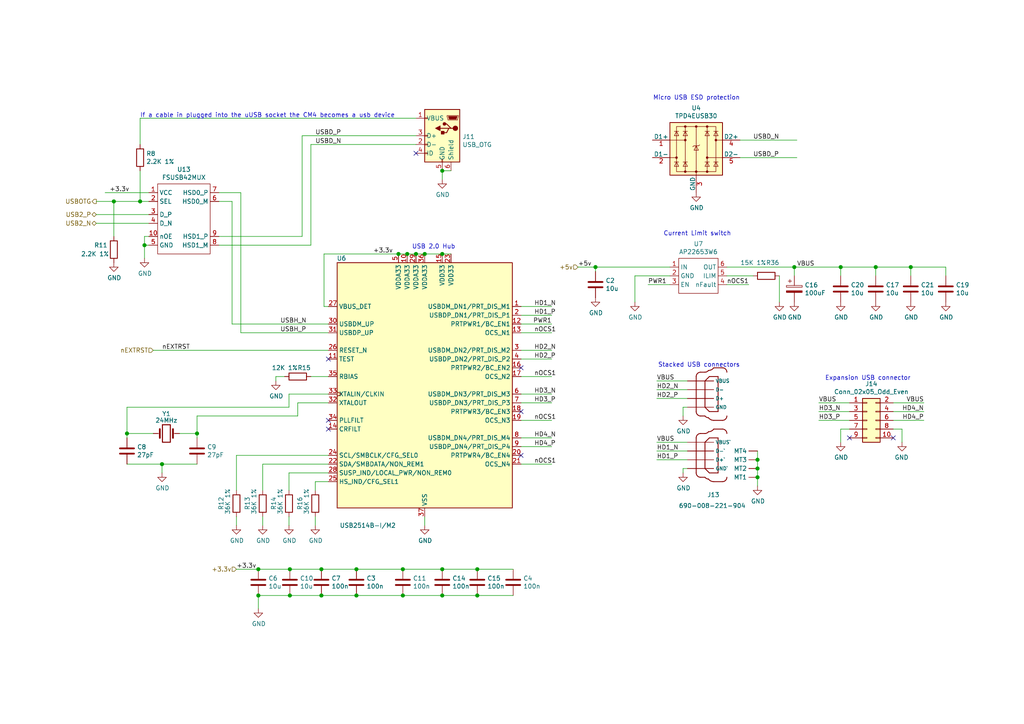
<source format=kicad_sch>
(kicad_sch (version 20211123) (generator eeschema)
  (paper "A4")
  (title_block (title "Compute Module 4 IO Board - USB") (rev "1") (company "© 2020-2022 Raspberry Pi Ltd (formerly Raspberry Pi (Trading) Ltd.)") (comment 1 "www.raspberrypi.com"))
  (lib_symbols
    (symbol "CM4IO:AP2553W6"
      (property "Reference" "U" (at 3.81 -6.35 0))
      (property "Value" "AP2553W6" (at -3.81 -6.35 0))
      (symbol "AP2553W6_0_0"
        (pin power_in line (at -8.89 2.54 0) (length 2.54) (name "IN") (number "1"))
        (pin power_out line (at -8.89 0 0) (length 2.54) (name "GND") (number "2"))
        (pin input line (at -8.89 -2.54 0) (length 2.54) (name "EN") (number "3"))
        (pin open_collector line (at 7.62 -2.54 180) (length 2.54) (name "nFault") (number "4"))
        (pin passive line (at 7.62 0 180) (length 2.54) (name "ILIM") (number "5"))
        (pin power_out line (at 7.62 2.54 180) (length 2.54) (name "OUT") (number "6"))
      )
    )
    (symbol "CM4IO:FSUSB42MX"
      (property "Reference" "U" (at -7.62 20.32 0))
      (property "Value" "FSUSB42MX" (at -2.54 -2.54 0))
      (symbol "FSUSB42MX_0_0"
        (pin power_in line (at 8.89 16.51 180) (length 2.54) (name "VCC") (number "1"))
        (pin input line (at 8.89 3.81 180) (length 2.54) (name "nOE") (number "10"))
        (pin input line (at 8.89 13.97 180) (length 2.54) (name "SEL") (number "2"))
        (pin bidirectional line (at 8.89 10.16 180) (length 2.54) (name "D_P") (number "3"))
        (pin bidirectional line (at 8.89 7.62 180) (length 2.54) (name "D_N") (number "4"))
        (pin power_in line (at 8.89 1.27 180) (length 2.54) (name "GND") (number "5"))
        (pin bidirectional line (at -11.43 13.97 0) (length 2.54) (name "HSD0_M") (number "6"))
        (pin bidirectional line (at -11.43 16.51 0) (length 2.54) (name "HSD0_P") (number "7"))
        (pin bidirectional line (at -11.43 1.27 0) (length 2.54) (name "HSD1_M") (number "8"))
        (pin bidirectional line (at -11.43 3.81 0) (length 2.54) (name "HSD1_P") (number "9"))
      )
    )
    (symbol "CM4IO:TPD4EUSB30" (pin_names (offset 0))
      (property "Reference" "U" (at -0.635 8.89 0))
      (property "Value" "TPD4EUSB30" (at 8.89 -10.16 0))
      (symbol "TPD4EUSB30_1_1"
        (pin passive line (at -12.7 2.54 0) (length 5.08) (name "D1+") (number "1"))
        (pin passive line (at -12.7 2.54 0) (length 5.08) hide (name "~") (number "10"))
        (pin passive line (at -12.7 -2.54 0) (length 5.08) (name "D1-") (number "2"))
        (pin power_in line (at 0 -12.7 90) (length 5.08) (name "GND") (number "3"))
        (pin passive line (at 12.7 2.54 180) (length 5.08) (name "D2+") (number "4"))
        (pin passive line (at 12.7 -2.54 180) (length 5.08) (name "D2-") (number "5"))
        (pin passive line (at 12.7 -2.54 180) (length 5.08) hide (name "~") (number "6"))
        (pin passive line (at 12.7 2.54 180) (length 5.08) hide (name "~") (number "7"))
        (pin passive line (at 0 -12.7 90) (length 5.08) hide (name "GND") (number "8"))
        (pin passive line (at -12.7 -2.54 0) (length 5.08) hide (name "~") (number "9"))
      )
    )
    (symbol "CM4IO:USB_67298-4090" (pin_numbers hide)
      (property "Reference" "J" (at -5.08 21.6408 0))
      (property "Value" "USB_67298-4090" (at -5.08 -17.8054 0))
      (symbol "USB_67298-4090_0_0"
        (pin power_in line (at -7.62 -2.54 0) (length 7.62) (name "VBUS`") (number "1"))
        (pin passive line (at -7.62 -5.08 0) (length 7.62) (name "D-`") (number "2"))
        (pin passive line (at -7.62 -7.62 0) (length 7.62) (name "D+`") (number "3"))
        (pin power_in line (at -7.62 -10.16 0) (length 7.62) (name "GND`") (number "4"))
        (pin power_in line (at -7.62 15.24 0) (length 7.62) (name "VBUS") (number "5"))
        (pin passive line (at -7.62 12.7 0) (length 7.62) (name "D-") (number "6"))
        (pin passive line (at -7.62 10.16 0) (length 7.62) (name "D+") (number "7"))
        (pin power_in line (at -7.62 7.62 0) (length 7.62) (name "GND") (number "8"))
        (pin passive line (at 12.7 -12.7 180) (length 2.54) (name "MT1") (number "MT1"))
        (pin passive line (at 12.7 -10.16 180) (length 2.54) (name "MT2") (number "MT2"))
        (pin passive line (at 12.7 -7.62 180) (length 2.54) (name "MT3") (number "MT3"))
        (pin passive line (at 12.7 -5.08 180) (length 2.54) (name "MT4") (number "MT4"))
      )
    )
    (symbol "Connector:USB_OTG"
      (property "Reference" "J" (at -5.08 11.43 0))
      (property "Value" "USB_OTG" (at -5.08 8.89 0))
      (symbol "USB_OTG_1_1"
        (pin power_in line (at 7.62 5.08 180) (length 2.54) (name "VBUS") (number "1"))
        (pin passive line (at 7.62 -2.54 180) (length 2.54) (name "D-") (number "2"))
        (pin passive line (at 7.62 0 180) (length 2.54) (name "D+") (number "3"))
        (pin passive line (at 7.62 -5.08 180) (length 2.54) (name "ID") (number "4"))
        (pin power_in line (at 0 -10.16 90) (length 2.54) (name "GND") (number "5"))
        (pin passive line (at -2.54 -10.16 90) (length 2.54) (name "Shield") (number "6"))
      )
    )
    (symbol "Connector_Generic:Conn_02x05_Odd_Even" (pin_names hide)
      (property "Reference" "J" (at 1.27 7.62 0))
      (property "Value" "Conn_02x05_Odd_Even" (at 1.27 -7.62 0))
      (symbol "Conn_02x05_Odd_Even_1_1"
        (pin passive line (at -5.08 5.08 0) (length 3.81) (name "Pin_1") (number "1"))
        (pin passive line (at 7.62 -5.08 180) (length 3.81) (name "Pin_10") (number "10"))
        (pin passive line (at 7.62 5.08 180) (length 3.81) (name "Pin_2") (number "2"))
        (pin passive line (at -5.08 2.54 0) (length 3.81) (name "Pin_3") (number "3"))
        (pin passive line (at 7.62 2.54 180) (length 3.81) (name "Pin_4") (number "4"))
        (pin passive line (at -5.08 0 0) (length 3.81) (name "Pin_5") (number "5"))
        (pin passive line (at 7.62 0 180) (length 3.81) (name "Pin_6") (number "6"))
        (pin passive line (at -5.08 -2.54 0) (length 3.81) (name "Pin_7") (number "7"))
        (pin passive line (at 7.62 -2.54 180) (length 3.81) (name "Pin_8") (number "8"))
        (pin passive line (at -5.08 -5.08 0) (length 3.81) (name "Pin_9") (number "9"))
      )
    )
    (symbol "Device:C" (pin_numbers hide) (pin_names (offset 0.254))
      (property "Reference" "C" (at 0.635 2.54 0))
      (property "Value" "C" (at 0.635 -2.54 0))
      (symbol "C_1_1"
        (pin passive line (at 0 3.81 270) (length 2.794) (name "~") (number "1"))
        (pin passive line (at 0 -3.81 90) (length 2.794) (name "~") (number "2"))
      )
    )
    (symbol "Device:CP" (pin_numbers hide) (pin_names (offset 0.254))
      (property "Reference" "C" (at 0.635 2.54 0))
      (property "Value" "CP" (at 0.635 -2.54 0))
      (symbol "CP_1_1"
        (pin passive line (at 0 3.81 270) (length 2.794) (name "~") (number "1"))
        (pin passive line (at 0 -3.81 90) (length 2.794) (name "~") (number "2"))
      )
    )
    (symbol "Device:Crystal" (pin_numbers hide) (pin_names hide)
      (property "Reference" "Y" (at 0 3.81 0))
      (property "Value" "Crystal" (at 0 -3.81 0))
      (symbol "Crystal_1_1"
        (pin passive line (at -3.81 0 0) (length 1.27) (name "1") (number "1"))
        (pin passive line (at 3.81 0 180) (length 1.27) (name "2") (number "2"))
      )
    )
    (symbol "Device:R" (pin_numbers hide) (pin_names (offset 0))
      (property "Reference" "R" (at 2.032 0 90))
      (property "Value" "R" (at 0 0 90))
      (symbol "R_1_1"
        (pin passive line (at 0 3.81 270) (length 1.27) (name "~") (number "1"))
        (pin passive line (at 0 -3.81 90) (length 1.27) (name "~") (number "2"))
      )
    )
    (symbol "Interface_USB:USB2514B_Bi"
      (property "Reference" "U" (at -17.78 40.64 0))
      (property "Value" "USB2514B_Bi" (at -20.32 38.1 0))
      (symbol "USB2514B_Bi_1_1"
        (pin bidirectional line (at 27.94 22.86 180) (length 2.54) (name "USBDM_DN1/PRT_DIS_M1") (number "1"))
        (pin power_in line (at -5.08 38.1 270) (length 2.54) (name "VDDA33") (number "10"))
        (pin input line (at -27.94 7.62 0) (length 2.54) (name "TEST") (number "11"))
        (pin bidirectional line (at 27.94 17.78 180) (length 2.54) (name "PRTPWR1/BC_EN1") (number "12"))
        (pin input line (at 27.94 15.24 180) (length 2.54) (name "OCS_N1") (number "13"))
        (pin input line (at -27.94 -12.7 0) (length 2.54) (name "CRFILT") (number "14"))
        (pin power_in line (at 5.08 38.1 270) (length 2.54) (name "VDD33") (number "15"))
        (pin bidirectional line (at 27.94 5.08 180) (length 2.54) (name "PRTPWR2/BC_EN2") (number "16"))
        (pin input line (at 27.94 2.54 180) (length 2.54) (name "OCS_N2") (number "17"))
        (pin bidirectional line (at 27.94 -7.62 180) (length 2.54) (name "PRTPWR3/BC_EN3") (number "18"))
        (pin input line (at 27.94 -10.16 180) (length 2.54) (name "OCS_N3") (number "19"))
        (pin bidirectional line (at 27.94 20.32 180) (length 2.54) (name "USBDP_DN1/PRT_DIS_P1") (number "2"))
        (pin bidirectional line (at 27.94 -20.32 180) (length 2.54) (name "PRTPWR4/BC_EN4") (number "20"))
        (pin input line (at 27.94 -22.86 180) (length 2.54) (name "OCS_N4") (number "21"))
        (pin bidirectional line (at -27.94 -22.86 0) (length 2.54) (name "SDA/SMBDATA/NON_REM1") (number "22"))
        (pin power_in line (at 7.62 38.1 270) (length 2.54) (name "VDD33") (number "23"))
        (pin bidirectional line (at -27.94 -20.32 0) (length 2.54) (name "SCL/SMBCLK/CFG_SEL0") (number "24"))
        (pin bidirectional line (at -27.94 -27.94 0) (length 2.54) (name "HS_IND/CFG_SEL1") (number "25"))
        (pin input line (at -27.94 10.16 0) (length 2.54) (name "RESET_N") (number "26"))
        (pin input line (at -27.94 22.86 0) (length 2.54) (name "VBUS_DET") (number "27"))
        (pin bidirectional line (at -27.94 -25.4 0) (length 2.54) (name "SUSP_IND/LOCAL_PWR/NON_REM0") (number "28"))
        (pin power_in line (at -2.54 38.1 270) (length 2.54) (name "VDDA33") (number "29"))
        (pin bidirectional line (at 27.94 10.16 180) (length 2.54) (name "USBDM_DN2/PRT_DIS_M2") (number "3"))
        (pin bidirectional line (at -27.94 17.78 0) (length 2.54) (name "USBDM_UP") (number "30"))
        (pin bidirectional line (at -27.94 15.24 0) (length 2.54) (name "USBDP_UP") (number "31"))
        (pin output line (at -27.94 -5.08 0) (length 2.54) (name "XTALOUT") (number "32"))
        (pin input clock (at -27.94 -2.54 0) (length 2.54) (name "XTALIN/CLKIN") (number "33"))
        (pin input line (at -27.94 -10.16 0) (length 2.54) (name "PLLFILT") (number "34"))
        (pin input line (at -27.94 2.54 0) (length 2.54) (name "RBIAS") (number "35"))
        (pin power_in line (at 0 38.1 270) (length 2.54) (name "VDDA33") (number "36"))
        (pin power_in line (at 0 -38.1 90) (length 2.54) (name "VSS") (number "37"))
        (pin bidirectional line (at 27.94 7.62 180) (length 2.54) (name "USBDP_DN2/PRT_DIS_P2") (number "4"))
        (pin power_in line (at -7.62 38.1 270) (length 2.54) (name "VDDA33") (number "5"))
        (pin bidirectional line (at 27.94 -2.54 180) (length 2.54) (name "USBDM_DN3/PRT_DIS_M3") (number "6"))
        (pin bidirectional line (at 27.94 -5.08 180) (length 2.54) (name "USBDP_DN3/PRT_DIS_P3") (number "7"))
        (pin bidirectional line (at 27.94 -15.24 180) (length 2.54) (name "USBDM_DN4/PRT_DIS_M4") (number "8"))
        (pin bidirectional line (at 27.94 -17.78 180) (length 2.54) (name "USBDP_DN4/PRT_DIS_P4") (number "9"))
      )
    )
    (symbol "power:GND" (power) (pin_names (offset 0))
      (property "Value" "GND" (at 0 -3.81 0))
      (symbol "GND_1_1"
        (pin power_in line (at 0 0 270) (length 0) hide (name "GND") (number "1"))
      )
    )
  )
  (junction (at 103.378 165.1) (diameter 1.016))
  (junction (at 103.378 172.72) (diameter 1.016))
  (junction (at 138.43 165.1) (diameter 1.016))
  (junction (at 93.218 165.1) (diameter 1.016))
  (junction (at 128.27 49.53) (diameter 1.016))
  (junction (at 74.93 172.72) (diameter 1.016))
  (junction (at 172.72 77.47) (diameter 1.016))
  (junction (at 219.71 138.43) (diameter 1.016))
  (junction (at 116.84 165.1) (diameter 1.016))
  (junction (at 84.074 165.1) (diameter 1.016))
  (junction (at 128.27 172.72) (diameter 1.016))
  (junction (at 254 77.47) (diameter 1.016))
  (junction (at 36.83 125.73) (diameter 1.016))
  (junction (at 120.65 73.66) (diameter 1.016))
  (junction (at 128.27 73.66) (diameter 1.016))
  (junction (at 219.71 133.35) (diameter 1.016))
  (junction (at 40.64 58.42) (diameter 1.016))
  (junction (at 219.71 135.89) (diameter 1.016))
  (junction (at 123.19 73.66) (diameter 1.016))
  (junction (at 128.27 165.1) (diameter 1.016))
  (junction (at 230.378 77.47) (diameter 1.016))
  (junction (at 74.93 165.1) (diameter 1.016))
  (junction (at 93.218 172.72) (diameter 1.016))
  (junction (at 57.15 125.73) (diameter 1.016))
  (junction (at 84.074 172.72) (diameter 1.016))
  (junction (at 264.16 77.47) (diameter 1.016))
  (junction (at 41.91 71.12) (diameter 1.016))
  (junction (at 33.02 58.42) (diameter 1.016))
  (junction (at 115.57 73.66) (diameter 1.016))
  (junction (at 243.84 77.47) (diameter 1.016))
  (junction (at 116.84 172.72) (diameter 1.016))
  (junction (at 118.11 73.66) (diameter 1.016))
  (junction (at 138.43 172.72) (diameter 1.016))
  (junction (at 46.99 134.62) (diameter 1.016))
  (no_connect (at 95.25 121.92))
  (no_connect (at 95.25 104.14))
  (no_connect (at 120.65 44.45))
  (no_connect (at 246.38 127))
  (no_connect (at 259.08 127))
  (no_connect (at 95.25 124.46))
  (no_connect (at 151.13 119.38))
  (no_connect (at 151.13 106.68))
  (no_connect (at 151.13 132.08))
  (wire (pts (xy 151.13 96.52) (xy 160.02 96.52)))
  (wire (pts (xy 86.36 116.84) (xy 86.36 120.65)))
  (wire (pts (xy 267.97 121.92) (xy 259.08 121.92)))
  (wire (pts (xy 151.13 88.9) (xy 160.02 88.9)))
  (wire (pts (xy 74.93 165.1) (xy 84.074 165.1)))
  (wire (pts (xy 190.5 113.03) (xy 199.39 113.03)))
  (wire (pts (xy 151.13 116.84) (xy 160.02 116.84)))
  (wire (pts (xy 36.83 127) (xy 36.83 125.73)))
  (wire (pts (xy 190.5 115.57) (xy 199.39 115.57)))
  (wire (pts (xy 172.72 77.47) (xy 194.31 77.47)))
  (wire (pts (xy 93.218 165.1) (xy 103.378 165.1)))
  (wire (pts (xy 267.97 116.84) (xy 259.08 116.84)))
  (wire (pts (xy 237.49 116.84) (xy 246.38 116.84)))
  (wire (pts (xy 151.13 91.44) (xy 160.02 91.44)))
  (wire (pts (xy 57.15 120.65) (xy 57.15 125.73)))
  (wire (pts (xy 95.25 93.98) (xy 67.31 93.98)))
  (wire (pts (xy 83.82 142.24) (xy 83.82 137.16)))
  (wire (pts (xy 41.91 71.12) (xy 43.18 71.12)))
  (wire (pts (xy 151.13 114.3) (xy 160.02 114.3)))
  (wire (pts (xy 138.43 165.1) (xy 148.844 165.1)))
  (wire (pts (xy 68.58 149.86) (xy 68.58 152.4)))
  (wire (pts (xy 194.31 80.01) (xy 184.15 80.01)))
  (wire (pts (xy 83.82 118.11) (xy 36.83 118.11)))
  (wire (pts (xy 93.98 88.9) (xy 93.98 73.66)))
  (wire (pts (xy 43.18 58.42) (xy 40.64 58.42)))
  (wire (pts (xy 69.85 55.88) (xy 69.85 96.52)))
  (wire (pts (xy 184.15 80.01) (xy 184.15 87.63)))
  (wire (pts (xy 67.31 58.42) (xy 67.31 93.98)))
  (wire (pts (xy 118.11 73.66) (xy 120.65 73.66)))
  (wire (pts (xy 151.13 134.62) (xy 160.02 134.62)))
  (wire (pts (xy 83.82 114.3) (xy 83.82 118.11)))
  (wire (pts (xy 36.83 118.11) (xy 36.83 125.73)))
  (wire (pts (xy 41.91 68.58) (xy 43.18 68.58)))
  (wire (pts (xy 82.55 109.22) (xy 80.01 109.22)))
  (wire (pts (xy 128.27 172.72) (xy 138.43 172.72)))
  (wire (pts (xy 63.5 71.12) (xy 90.17 71.12)))
  (wire (pts (xy 91.44 149.86) (xy 91.44 152.4)))
  (wire (pts (xy 254 77.47) (xy 264.16 77.47)))
  (wire (pts (xy 264.16 77.47) (xy 264.16 80.01)))
  (wire (pts (xy 219.71 138.43) (xy 219.71 140.97)))
  (wire (pts (xy 128.27 49.53) (xy 130.81 49.53)))
  (wire (pts (xy 76.2 134.62) (xy 95.25 134.62)))
  (wire (pts (xy 90.17 71.12) (xy 90.17 41.91)))
  (wire (pts (xy 219.71 130.81) (xy 219.71 133.35)))
  (wire (pts (xy 76.2 149.86) (xy 76.2 152.4)))
  (wire (pts (xy 57.15 125.73) (xy 57.15 127)))
  (wire (pts (xy 151.13 101.6) (xy 160.02 101.6)))
  (wire (pts (xy 90.17 109.22) (xy 95.25 109.22)))
  (wire (pts (xy 190.5 130.81) (xy 199.39 130.81)))
  (wire (pts (xy 210.82 77.47) (xy 230.378 77.47)))
  (wire (pts (xy 230.378 77.47) (xy 243.84 77.47)))
  (wire (pts (xy 128.27 52.07) (xy 128.27 49.53)))
  (wire (pts (xy 167.64 77.47) (xy 172.72 77.47)))
  (wire (pts (xy 151.13 121.92) (xy 160.02 121.92)))
  (wire (pts (xy 123.19 73.66) (xy 128.27 73.66)))
  (wire (pts (xy 214.63 40.64) (xy 231.14 40.64)))
  (wire (pts (xy 243.84 77.47) (xy 254 77.47)))
  (wire (pts (xy 63.5 68.58) (xy 87.63 68.58)))
  (wire (pts (xy 27.94 64.77) (xy 43.18 64.77)))
  (wire (pts (xy 84.074 172.72) (xy 93.218 172.72)))
  (wire (pts (xy 68.58 132.08) (xy 95.25 132.08)))
  (wire (pts (xy 151.13 104.14) (xy 160.02 104.14)))
  (wire (pts (xy 95.25 116.84) (xy 86.36 116.84)))
  (wire (pts (xy 87.63 68.58) (xy 87.63 39.37)))
  (wire (pts (xy 261.62 124.46) (xy 261.62 128.27)))
  (wire (pts (xy 214.63 45.72) (xy 231.14 45.72)))
  (wire (pts (xy 190.5 128.27) (xy 199.39 128.27)))
  (wire (pts (xy 86.36 120.65) (xy 57.15 120.65)))
  (wire (pts (xy 93.98 73.66) (xy 115.57 73.66)))
  (wire (pts (xy 83.82 149.86) (xy 83.82 152.4)))
  (wire (pts (xy 237.49 121.92) (xy 246.38 121.92)))
  (wire (pts (xy 219.71 133.35) (xy 219.71 135.89)))
  (wire (pts (xy 46.99 134.62) (xy 57.15 134.62)))
  (wire (pts (xy 151.13 109.22) (xy 160.02 109.22)))
  (wire (pts (xy 91.44 142.24) (xy 91.44 139.7)))
  (wire (pts (xy 219.71 135.89) (xy 219.71 138.43)))
  (wire (pts (xy 254 77.47) (xy 254 80.01)))
  (wire (pts (xy 120.65 73.66) (xy 123.19 73.66)))
  (wire (pts (xy 27.94 58.42) (xy 33.02 58.42)))
  (wire (pts (xy 226.06 80.01) (xy 226.06 87.63)))
  (wire (pts (xy 138.43 172.72) (xy 148.844 172.72)))
  (wire (pts (xy 103.378 172.72) (xy 116.84 172.72)))
  (wire (pts (xy 83.82 114.3) (xy 95.25 114.3)))
  (wire (pts (xy 63.5 55.88) (xy 69.85 55.88)))
  (wire (pts (xy 123.19 149.86) (xy 123.19 152.4)))
  (wire (pts (xy 230.378 77.47) (xy 230.378 80.01)))
  (wire (pts (xy 199.39 118.11) (xy 198.12 118.11)))
  (wire (pts (xy 93.218 172.72) (xy 103.378 172.72)))
  (wire (pts (xy 190.5 110.49) (xy 199.39 110.49)))
  (wire (pts (xy 36.83 125.73) (xy 44.45 125.73)))
  (wire (pts (xy 237.49 119.38) (xy 246.38 119.38)))
  (wire (pts (xy 103.378 165.1) (xy 116.84 165.1)))
  (wire (pts (xy 151.13 93.98) (xy 160.02 93.98)))
  (wire (pts (xy 115.57 73.66) (xy 118.11 73.66)))
  (wire (pts (xy 30.48 55.88) (xy 43.18 55.88)))
  (wire (pts (xy 210.82 82.55) (xy 217.17 82.55)))
  (wire (pts (xy 274.32 80.01) (xy 274.32 77.47)))
  (wire (pts (xy 210.82 80.01) (xy 218.44 80.01)))
  (wire (pts (xy 187.96 82.55) (xy 194.31 82.55)))
  (wire (pts (xy 95.25 88.9) (xy 93.98 88.9)))
  (wire (pts (xy 91.44 139.7) (xy 95.25 139.7)))
  (wire (pts (xy 74.93 176.53) (xy 74.93 172.72)))
  (wire (pts (xy 36.83 134.62) (xy 46.99 134.62)))
  (wire (pts (xy 128.27 73.66) (xy 130.81 73.66)))
  (wire (pts (xy 69.85 96.52) (xy 95.25 96.52)))
  (wire (pts (xy 259.08 124.46) (xy 261.62 124.46)))
  (wire (pts (xy 63.5 58.42) (xy 67.31 58.42)))
  (wire (pts (xy 190.5 133.35) (xy 199.39 133.35)))
  (wire (pts (xy 243.84 124.46) (xy 246.38 124.46)))
  (wire (pts (xy 74.93 172.72) (xy 84.074 172.72)))
  (wire (pts (xy 68.58 165.1) (xy 74.93 165.1)))
  (wire (pts (xy 41.91 71.12) (xy 41.91 74.93)))
  (wire (pts (xy 33.02 58.42) (xy 33.02 68.58)))
  (wire (pts (xy 199.39 135.89) (xy 198.12 135.89)))
  (wire (pts (xy 116.84 172.72) (xy 128.27 172.72)))
  (wire (pts (xy 151.13 129.54) (xy 160.02 129.54)))
  (wire (pts (xy 243.84 124.46) (xy 243.84 128.27)))
  (wire (pts (xy 116.84 165.1) (xy 128.27 165.1)))
  (wire (pts (xy 40.64 49.53) (xy 40.64 58.42)))
  (wire (pts (xy 44.45 101.6) (xy 95.25 101.6)))
  (wire (pts (xy 128.27 165.1) (xy 138.43 165.1)))
  (wire (pts (xy 198.12 135.89) (xy 198.12 137.16)))
  (wire (pts (xy 151.13 127) (xy 160.02 127)))
  (wire (pts (xy 27.94 62.23) (xy 43.18 62.23)))
  (wire (pts (xy 264.16 77.47) (xy 274.32 77.47)))
  (wire (pts (xy 76.2 142.24) (xy 76.2 134.62)))
  (wire (pts (xy 52.07 125.73) (xy 57.15 125.73)))
  (wire (pts (xy 40.64 34.29) (xy 120.65 34.29)))
  (wire (pts (xy 40.64 58.42) (xy 33.02 58.42)))
  (wire (pts (xy 68.58 142.24) (xy 68.58 132.08)))
  (wire (pts (xy 90.17 41.91) (xy 120.65 41.91)))
  (wire (pts (xy 84.074 165.1) (xy 93.218 165.1)))
  (wire (pts (xy 198.12 118.11) (xy 198.12 120.65)))
  (wire (pts (xy 87.63 39.37) (xy 120.65 39.37)))
  (wire (pts (xy 172.72 78.74) (xy 172.72 77.47)))
  (wire (pts (xy 80.01 109.22) (xy 80.01 110.49)))
  (wire (pts (xy 40.64 41.91) (xy 40.64 34.29)))
  (wire (pts (xy 83.82 137.16) (xy 95.25 137.16)))
  (wire (pts (xy 41.91 68.58) (xy 41.91 71.12)))
  (wire (pts (xy 267.97 119.38) (xy 259.08 119.38)))
  (wire (pts (xy 46.99 134.62) (xy 46.99 137.16)))
  (wire (pts (xy 243.84 80.01) (xy 243.84 77.47)))
  (text "Expansion USB connector" (at 264.16 110.49 180) (effects (font (size 1.27 1.27)) (justify right bottom)))
  (text "Current Limit switch" (at 212.09 68.58 180) (effects (font (size 1.27 1.27)) (justify right bottom)))
  (text "USB 2.0 Hub" (at 132.08 72.39 180) (effects (font (size 1.27 1.27)) (justify right bottom)))
  (text "If a cable in plugged into the uUSB socket the CM4 becomes a usb device" (at 40.64 34.29 0) (effects (font (size 1.27 1.27)) (justify left bottom)))
  (text "Micro USB ESD protection" (at 214.63 29.21 180) (effects (font (size 1.27 1.27)) (justify right bottom)))
  (text "Stacked USB connectors" (at 214.63 106.68 180) (effects (font (size 1.27 1.27)) (justify right bottom)))
  (label "nOCS1" (at 154.94 96.52 0))
  (label "+3.3v" (at 31.75 55.88 0))
  (label "HD2_P" (at 190.5 115.57 0))
  (label "HD3_N" (at 237.49 119.38 0))
  (label "HD1_P" (at 190.5 133.35 0))
  (label "HD1_N" (at 154.94 88.9 0))
  (label "HD4_P" (at 154.94 129.54 0))
  (label "VBUS" (at 237.49 116.84 0))
  (label "nOCS1" (at 210.82 82.55 0))
  (label "VBUS" (at 190.5 110.49 0))
  (label "HD2_N" (at 190.5 113.03 0))
  (label "PWR1" (at 160.02 93.98 180))
  (label "USBD_N" (at 218.44 40.64 0))
  (label "nOCS1" (at 154.94 109.22 0))
  (label "VBUS" (at 231.14 77.47 0))
  (label "USBD_N" (at 91.44 41.91 0))
  (label "HD2_P" (at 154.94 104.14 0))
  (label "VBUS" (at 190.5 128.27 0))
  (label "+3.3v" (at 68.58 165.1 0))
  (label "+5v" (at 167.64 77.47 0))
  (label "HD4_N" (at 154.94 127 0))
  (label "HD4_P" (at 267.97 121.92 180))
  (label "USBH_P" (at 81.28 96.52 0))
  (label "HD3_P" (at 154.94 116.84 0))
  (label "nEXTRST" (at 46.99 101.6 0))
  (label "+3.3v" (at 108.204 73.66 0))
  (label "HD2_N" (at 154.94 101.6 0))
  (label "USBD_P" (at 218.44 45.72 0))
  (label "HD1_N" (at 190.5 130.81 0))
  (label "USBD_P" (at 91.44 39.37 0))
  (label "HD4_N" (at 267.97 119.38 180))
  (label "nOCS1" (at 154.94 134.62 0))
  (label "nOCS1" (at 154.94 121.92 0))
  (label "HD3_P" (at 237.49 121.92 0))
  (label "PWR1" (at 187.96 82.55 0))
  (label "USBH_N" (at 81.28 93.98 0))
  (label "HD3_N" (at 154.94 114.3 0))
  (label "HD1_P" (at 154.94 91.44 0))
  (label "VBUS" (at 267.97 116.84 180))
  (hierarchical_label "USB2_N" (shape bidirectional) (at 27.94 64.77 180))
  (hierarchical_label "USBOTG" (shape output) (at 27.94 58.42 180))
  (hierarchical_label "+3.3v" (shape input) (at 68.58 165.1 180))
  (hierarchical_label "USB2_P" (shape bidirectional) (at 27.94 62.23 180))
  (hierarchical_label "nEXTRST" (shape input) (at 44.45 101.6 180))
  (hierarchical_label "+5v" (shape input) (at 167.64 77.47 180))
  (symbol (lib_id "CM4IO:USB_67298-4090") (at 207.01 125.73 0) (unit 1)
    (property "Reference" "J13" (at 205.105 143.51 0) (effects (justify left)))
    (property "Value" "690-008-221-904" (at 196.85 146.685 0) (effects (justify left)))
    (property "Footprint" "CM4IO:MOLEX_USB_67298-4090" (effects hide))
    (property "Datasheet" "https://www.molex.com/pdm_docs/sd/672984090_sd.pdf" (effects hide))
    (property "Field4" "Farnell" (effects hide))
    (property "Field5" "	2751688" (effects hide))
    (property "Field6" "690-008-221-904" (effects hide))
    (property "Field7" "EDAC" (effects hide))
    (property "Field8" "UCON00727" (effects hide))
    (property "Part Description" "USB-A (USB TYPE-A), Stacked Receptacle Connector 8 Position Through Hole, Right Angle" (effects hide))
  )
  (symbol (lib_id "power:GND") (at 243.84 128.27 0) (unit 1)
    (property "Reference" "#PWR025" (effects hide))
    (property "Value" "GND" (at 243.967 132.6642 0))
  )
  (symbol (lib_id "power:GND") (at 261.62 128.27 0) (mirror y) (unit 1)
    (property "Reference" "#PWR026" (effects hide))
    (property "Value" "GND" (at 261.493 132.6642 0))
  )
  (symbol (lib_id "Connector_Generic:Conn_02x05_Odd_Even") (at 251.46 121.92 0) (unit 1)
    (property "Reference" "J14" (at 252.73 111.3282 0))
    (property "Value" "Conn_02x05_Odd_Even" (at 252.73 113.6396 0))
    (property "Footprint" "Connector_PinHeader_2.54mm:PinHeader_2x05_P2.54mm_Vertical" (effects hide))
    (property "Datasheet" "https://www.toby.co.uk/uploads/publications/1673.pdf" (effects hide))
    (property "Field4" "Toby" (effects hide))
    (property "Field5" "THD-05-R" (effects hide))
    (property "Field6" "THD-05-R" (effects hide))
    (property "Field7" "Toby" (effects hide))
    (property "Part Description" "PinHeader_2x05_P2.54mm_Vertical" (effects hide))
  )
  (symbol (lib_id "Connector:USB_OTG") (at 128.27 39.37 0) (mirror y) (unit 1)
    (property "Reference" "J11" (at 134.112 39.6494 0) (effects (justify right)))
    (property "Value" "USB_OTG" (at 134.112 41.9608 0) (effects (justify right)))
    (property "Footprint" "CM4IO:USB_Micro-B_EDAC_UCON00686" (effects hide))
    (property "Datasheet" "https://cdn.amphenol-icc.com/media/wysiwyg/files/documentation/datasheet/inputoutput/io_usb_micro.pd" (effects hide))
    (property "Field4" "Digikey" (effects hide))
    (property "Field5" "609-4050-2-ND" (effects hide))
    (property "Field6" "690-005-298-486" (effects hide))
    (property "Field7" "EDAC" (effects hide))
    (property "Part Description" "USB - micro B USB 2.0 Receptacle Connector 5 Position Surface Mount, Right Angle; Through Hole" (effects hide))
    (property "Field8" "UCON00686" (effects hide))
  )
  (symbol (lib_id "Device:R") (at 40.64 45.72 0) (unit 1)
    (property "Reference" "R8" (at 42.418 44.5516 0) (effects (justify left)))
    (property "Value" "2.2K 1%" (at 42.418 46.863 0) (effects (justify left)))
    (property "Footprint" "Resistor_SMD:R_0402_1005Metric" (effects hide))
    (property "Datasheet" "https://fscdn.rohm.com/en/products/databook/datasheet/passive/resistor/chip_resistor/mcr-e.pdf" (effects hide))
    (property "Field4" "Farnell" (effects hide))
    (property "Field5" "9239278" (effects hide))
    (property "Field7" "KOA EUROPE GMBH" (effects hide))
    (property "Field6" "RK73G1ETQTP2201D         " (effects hide))
    (property "Part Description" "Resistor 2.2K M1005 1% 63mW" (effects hide))
    (property "Field8" "120889581" (effects hide))
  )
  (symbol (lib_id "power:GND") (at 172.72 86.36 0) (unit 1)
    (property "Reference" "#PWR017" (effects hide))
    (property "Value" "GND" (at 172.847 90.7542 0))
  )
  (symbol (lib_id "Device:C") (at 243.84 83.82 0) (unit 1)
    (property "Reference" "C20" (at 246.761 82.6516 0) (effects (justify left)))
    (property "Value" "10u" (at 246.761 84.963 0) (effects (justify left)))
    (property "Footprint" "Capacitor_SMD:C_0805_2012Metric" (effects hide))
    (property "Datasheet" "https://search.murata.co.jp/Ceramy/image/img/A01X/G101/ENG/GRM21BR71A106KA73-01.pdf" (effects hide))
    (property "Field5" "490-14381-1-ND" (effects hide))
    (property "Field4" "Digikey" (effects hide))
    (property "Field6" "GRM21BR71A106KA73L" (effects hide))
    (property "Field7" "Murata" (effects hide))
    (property "Part Description" "	10uF 10% 10V Ceramic Capacitor X7R 0805 (2012 Metric)" (effects hide))
    (property "Field8" "111893011" (effects hide))
  )
  (symbol (lib_id "power:GND") (at 243.84 87.63 0) (unit 1)
    (property "Reference" "#PWR021" (effects hide))
    (property "Value" "GND" (at 243.967 92.0242 0))
  )
  (symbol (lib_id "Device:C") (at 254 83.82 0) (unit 1)
    (property "Reference" "C17" (at 256.921 82.6516 0) (effects (justify left)))
    (property "Value" "10u" (at 256.921 84.963 0) (effects (justify left)))
    (property "Footprint" "Capacitor_SMD:C_0805_2012Metric" (effects hide))
    (property "Datasheet" "https://search.murata.co.jp/Ceramy/image/img/A01X/G101/ENG/GRM21BR71A106KA73-01.pdf" (effects hide))
    (property "Field5" "490-14381-1-ND" (effects hide))
    (property "Field4" "Digikey" (effects hide))
    (property "Field6" "GRM21BR71A106KA73L" (effects hide))
    (property "Field7" "Murata" (effects hide))
    (property "Part Description" "	10uF 10% 10V Ceramic Capacitor X7R 0805 (2012 Metric)" (effects hide))
    (property "Field8" "111893011" (effects hide))
  )
  (symbol (lib_id "power:GND") (at 254 87.63 0) (unit 1)
    (property "Reference" "#PWR018" (effects hide))
    (property "Value" "GND" (at 254.127 92.0242 0))
  )
  (symbol (lib_id "Device:C") (at 264.16 83.82 0) (unit 1)
    (property "Reference" "C21" (at 267.081 82.6516 0) (effects (justify left)))
    (property "Value" "10u" (at 267.081 84.963 0) (effects (justify left)))
    (property "Footprint" "Capacitor_SMD:C_0805_2012Metric" (effects hide))
    (property "Datasheet" "https://search.murata.co.jp/Ceramy/image/img/A01X/G101/ENG/GRM21BR71A106KA73-01.pdf" (effects hide))
    (property "Field5" "490-14381-1-ND" (effects hide))
    (property "Field4" "Digikey" (effects hide))
    (property "Field6" "GRM21BR71A106KA73L" (effects hide))
    (property "Field7" "Murata" (effects hide))
    (property "Part Description" "	10uF 10% 10V Ceramic Capacitor X7R 0805 (2012 Metric)" (effects hide))
    (property "Field8" "111893011" (effects hide))
  )
  (symbol (lib_id "Device:C") (at 274.32 83.82 0) (unit 1)
    (property "Reference" "C19" (at 277.241 82.6516 0) (effects (justify left)))
    (property "Value" "10u" (at 277.241 84.963 0) (effects (justify left)))
    (property "Footprint" "Capacitor_SMD:C_0805_2012Metric" (effects hide))
    (property "Datasheet" "https://search.murata.co.jp/Ceramy/image/img/A01X/G101/ENG/GRM21BR71A106KA73-01.pdf" (effects hide))
    (property "Field5" "490-14381-1-ND" (effects hide))
    (property "Field4" "Digikey" (effects hide))
    (property "Field6" "GRM21BR71A106KA73L" (effects hide))
    (property "Field7" "Murata" (effects hide))
    (property "Part Description" "	10uF 10% 10V Ceramic Capacitor X7R 0805 (2012 Metric)" (effects hide))
    (property "Field8" "111893011" (effects hide))
  )
  (symbol (lib_id "power:GND") (at 198.12 120.65 0) (unit 1)
    (property "Reference" "#PWR023" (effects hide))
    (property "Value" "GND" (at 198.247 125.0442 0))
  )
  (symbol (lib_id "power:GND") (at 198.12 137.16 0) (unit 1)
    (property "Reference" "#PWR024" (effects hide))
    (property "Value" "GND" (at 198.247 141.5542 0))
  )
  (symbol (lib_id "Device:R") (at 33.02 72.39 0) (unit 1)
    (property "Reference" "R11" (at 27.305 71.12 0) (effects (justify left)))
    (property "Value" "2.2K 1%" (at 23.495 73.66 0) (effects (justify left)))
    (property "Footprint" "Resistor_SMD:R_0402_1005Metric" (effects hide))
    (property "Datasheet" "https://fscdn.rohm.com/en/products/databook/datasheet/passive/resistor/chip_resistor/mcr-e.pdf" (effects hide))
    (property "Field4" "Farnell" (effects hide))
    (property "Field5" "9239278" (effects hide))
    (property "Field7" "KOA EUROPE GMBH" (effects hide))
    (property "Field6" "RK73G1ETQTP2201D         " (effects hide))
    (property "Part Description" "Resistor 2.2K M1005 1% 63mW" (effects hide))
    (property "Field8" "120889581" (effects hide))
  )
  (symbol (lib_id "CM4IO:AP2553W6") (at 203.2 80.01 0) (unit 1)
    (property "Reference" "U7" (at 202.565 70.739 0))
    (property "Value" "AP22653W6" (at 202.565 73.0504 0))
    (property "Footprint" "Package_TO_SOT_SMD:SOT-23-6" (effects hide))
    (property "Datasheet" "https://www.diodes.com/assets/Datasheets/AP255x.pdf" (effects hide))
    (property "Field4" "Digikey" (effects hide))
    (property "Field5" "	31-AP22653W6-7CT-ND" (effects hide))
    (property "Field6" "AP22653W6" (effects hide))
    (property "Field7" "Diodes" (effects hide))
    (property "Part Description" "	Power Switch/Driver 1:1 P-Channel 2.1A SOT-23-6" (effects hide))
  )
  (symbol (lib_id "Interface_USB:USB2514B_Bi") (at 123.19 111.76 0) (unit 1)
    (property "Reference" "U6" (at 99.06 74.93 0))
    (property "Value" "USB2514B-I/M2" (at 106.68 152.4 0))
    (property "Footprint" "Package_DFN_QFN:QFN-36-1EP_6x6mm_P0.5mm_EP3.7x3.7mm" (effects hide))
    (property "Datasheet" "http://ww1.microchip.com/downloads/en/DeviceDoc/00001692C.pdf" (effects hide))
    (property "Field4" "Farnell" (effects hide))
    (property "Field5" "2775060" (effects hide))
    (property "Field6" "USB2514B-I/M2" (effects hide))
    (property "Field7" "Microchip" (effects hide))
    (property "Part Description" "	USB Hub Controller USB Interface 36-SQFN (6x6)" (effects hide))
    (property "Field8" "UICC00931" (effects hide))
  )
  (symbol (lib_id "power:GND") (at 80.01 110.49 0) (unit 1)
    (property "Reference" "#PWR010" (effects hide))
    (property "Value" "GND" (at 80.137 114.8842 0))
  )
  (symbol (lib_id "power:GND") (at 184.15 87.63 0) (unit 1)
    (property "Reference" "#PWR014" (effects hide))
    (property "Value" "GND" (at 184.277 92.0242 0))
  )
  (symbol (lib_id "Device:R") (at 83.82 146.05 0) (unit 1)
    (property "Reference" "R14" (at 79.375 147.955 90) (effects (justify left)))
    (property "Value" "36K 1%" (at 81.28 149.225 90) (effects (justify left)))
    (property "Footprint" "Resistor_SMD:R_0402_1005Metric" (effects hide))
    (property "Datasheet" "https://fscdn.rohm.com/en/products/databook/datasheet/passive/resistor/chip_resistor/mcr-e.pdf" (effects hide))
    (property "Field4" "Farnell" (effects hide))
    (property "Field5" "1458788" (effects hide))
    (property "Field7" "Rohm" (effects hide))
    (property "Field6" "MCR01MZPF3602" (effects hide))
    (property "Part Description" "Resistor 36K M1005 1% 63mW" (effects hide))
  )
  (symbol (lib_id "Device:R") (at 76.2 146.05 0) (unit 1)
    (property "Reference" "R13" (at 71.755 147.955 90) (effects (justify left)))
    (property "Value" "36K 1%" (at 73.66 149.225 90) (effects (justify left)))
    (property "Footprint" "Resistor_SMD:R_0402_1005Metric" (effects hide))
    (property "Datasheet" "https://fscdn.rohm.com/en/products/databook/datasheet/passive/resistor/chip_resistor/mcr-e.pdf" (effects hide))
    (property "Field4" "Farnell" (effects hide))
    (property "Field5" "1458788" (effects hide))
    (property "Field7" "Rohm" (effects hide))
    (property "Field6" "MCR01MZPF3602" (effects hide))
    (property "Part Description" "Resistor 36K M1005 1% 63mW" (effects hide))
  )
  (symbol (lib_id "Device:R") (at 68.58 146.05 0) (unit 1)
    (property "Reference" "R12" (at 64.135 147.955 90) (effects (justify left)))
    (property "Value" "36K 1%" (at 66.04 149.225 90) (effects (justify left)))
    (property "Footprint" "Resistor_SMD:R_0402_1005Metric" (effects hide))
    (property "Datasheet" "https://fscdn.rohm.com/en/products/databook/datasheet/passive/resistor/chip_resistor/mcr-e.pdf" (effects hide))
    (property "Field4" "Farnell" (effects hide))
    (property "Field5" "1458788" (effects hide))
    (property "Field7" "Rohm" (effects hide))
    (property "Field6" "MCR01MZPF3602" (effects hide))
    (property "Part Description" "Resistor 36K M1005 1% 63mW" (effects hide))
  )
  (symbol (lib_id "power:GND") (at 68.58 152.4 0) (unit 1)
    (property "Reference" "#PWR08" (effects hide))
    (property "Value" "GND" (at 68.707 156.7942 0))
  )
  (symbol (lib_id "power:GND") (at 76.2 152.4 0) (unit 1)
    (property "Reference" "#PWR09" (effects hide))
    (property "Value" "GND" (at 76.327 156.7942 0))
  )
  (symbol (lib_id "power:GND") (at 83.82 152.4 0) (unit 1)
    (property "Reference" "#PWR011" (effects hide))
    (property "Value" "GND" (at 83.947 156.7942 0))
  )
  (symbol (lib_id "power:GND") (at 91.44 152.4 0) (unit 1)
    (property "Reference" "#PWR012" (effects hide))
    (property "Value" "GND" (at 91.567 156.7942 0))
  )
  (symbol (lib_id "Device:R") (at 222.25 80.01 90) (unit 1)
    (property "Reference" "R36" (at 226.06 76.2 90) (effects (justify left)))
    (property "Value" "15K 1%" (at 222.25 76.2 90) (effects (justify left)))
    (property "Footprint" "Resistor_SMD:R_0402_1005Metric" (effects hide))
    (property "Datasheet" "https://fscdn.rohm.com/en/products/databook/datasheet/passive/resistor/chip_resistor/mcr-e.pdf" (effects hide))
    (property "Field4" "Farnell" (effects hide))
    (property "Field5" "9239375" (effects hide))
    (property "Field6" "MCR01MZPF1502" (effects hide))
    (property "Field7" "Rohm" (effects hide))
    (property "Part Description" "Resistor 15K M1005 1% 63mW" (effects hide))
    (property "Field8" "120891581" (effects hide))
  )
  (symbol (lib_id "power:GND") (at 226.06 87.63 0) (unit 1)
    (property "Reference" "#PWR019" (effects hide))
    (property "Value" "GND" (at 226.187 92.0242 0))
  )
  (symbol (lib_id "power:GND") (at 264.16 87.63 0) (unit 1)
    (property "Reference" "#PWR049" (effects hide))
    (property "Value" "GND" (at 264.287 92.0242 0))
  )
  (symbol (lib_id "power:GND") (at 274.32 87.63 0) (unit 1)
    (property "Reference" "#PWR050" (effects hide))
    (property "Value" "GND" (at 274.447 92.0242 0))
  )
  (symbol (lib_id "power:GND") (at 219.71 140.97 0) (unit 1)
    (property "Reference" "#PWR0114" (effects hide))
    (property "Value" "GND" (at 219.837 145.3642 0))
  )
  (symbol (lib_id "power:GND") (at 128.27 52.07 0) (unit 1)
    (property "Reference" "#PWR013" (effects hide))
    (property "Value" "GND" (at 128.397 56.4642 0))
  )
  (symbol (lib_id "CM4IO:FSUSB42MX") (at 52.07 72.39 0) (mirror y) (unit 1)
    (property "Reference" "U13" (at 53.34 49.149 0))
    (property "Value" "FSUSB42MUX" (at 53.34 51.4604 0))
    (property "Footprint" "Package_SO:MSOP-10_3x3mm_P0.5mm" (effects hide))
    (property "Datasheet" "https://www.onsemi.com/pub/Collateral/FSUSB42-D.PDF" (effects hide))
    (property "Field4" "Farnell" (effects hide))
    (property "Field5" "2564479" (effects hide))
    (property "Field6" "FSUSB42MUX" (effects hide))
    (property "Field7" "Onsemi" (effects hide))
    (property "Part Description" "USB Switch IC 1 Channel 10-MSOP" (effects hide))
  )
  (symbol (lib_id "power:GND") (at 123.19 152.4 0) (unit 1)
    (property "Reference" "#PWR0142" (effects hide))
    (property "Value" "GND" (at 123.317 156.7942 0))
  )
  (symbol (lib_id "power:GND") (at 41.91 74.93 0) (unit 1)
    (property "Reference" "#PWR0143" (effects hide))
    (property "Value" "GND" (at 42.037 79.3242 0))
  )
  (symbol (lib_id "power:GND") (at 33.02 76.2 0) (unit 1)
    (property "Reference" "#PWR0144" (effects hide))
    (property "Value" "GND" (at 33.147 80.5942 0))
  )
  (symbol (lib_id "Device:R") (at 86.36 109.22 90) (unit 1)
    (property "Reference" "R15" (at 90.17 106.68 90) (effects (justify left)))
    (property "Value" "12K 1%" (at 86.36 106.68 90) (effects (justify left)))
    (property "Footprint" "Resistor_SMD:R_0402_1005Metric" (effects hide))
    (property "Datasheet" "https://fscdn.rohm.com/en/products/databook/datasheet/passive/resistor/chip_resistor/mcr-e.pdf" (effects hide))
    (property "Field4" "Farnell" (effects hide))
    (property "Field5" "9239367" (effects hide))
    (property "Field7" "Rohm" (effects hide))
    (property "Field6" "MCR01MZPF1202" (effects hide))
    (property "Part Description" "Resistor 12K M1005 1% 63mW" (effects hide))
  )
  (symbol (lib_id "Device:R") (at 91.44 146.05 0) (unit 1)
    (property "Reference" "R16" (at 86.995 147.955 90) (effects (justify left)))
    (property "Value" "36K 1%" (at 88.9 149.225 90) (effects (justify left)))
    (property "Footprint" "Resistor_SMD:R_0402_1005Metric" (effects hide))
    (property "Datasheet" "https://fscdn.rohm.com/en/products/databook/datasheet/passive/resistor/chip_resistor/mcr-e.pdf" (effects hide))
    (property "Field4" "Farnell" (effects hide))
    (property "Field5" "1458788" (effects hide))
    (property "Field7" "Rohm" (effects hide))
    (property "Field6" "MCR01MZPF3602" (effects hide))
    (property "Part Description" "Resistor 36K M1005 1% 63mW" (effects hide))
  )
  (symbol (lib_id "Device:C") (at 116.84 168.91 0) (unit 1)
    (property "Reference" "C11" (at 119.761 167.7416 0) (effects (justify left)))
    (property "Value" "100n" (at 119.761 170.053 0) (effects (justify left)))
    (property "Footprint" "Capacitor_SMD:C_0402_1005Metric" (effects hide))
    (property "Datasheet" "https://search.murata.co.jp/Ceramy/image/img/A01X/G101/ENG/GRM155R71C104KA88-01.pdf" (effects hide))
    (property "Field4" "Farnell" (effects hide))
    (property "Field5" "2611911" (effects hide))
    (property "Field6" "RM EMK105 B7104KV-F" (effects hide))
    (property "Field7" "TAIYO YUDEN EUROPE GMBH" (effects hide))
    (property "Part Description" "	0.1uF 10% 16V Ceramic Capacitor X7R 0402 (1005 Metric)" (effects hide))
    (property "Field8" "110091611" (effects hide))
  )
  (symbol (lib_id "Device:C") (at 128.27 168.91 0) (unit 1)
    (property "Reference" "C14" (at 131.191 167.7416 0) (effects (justify left)))
    (property "Value" "100n" (at 131.191 170.053 0) (effects (justify left)))
    (property "Footprint" "Capacitor_SMD:C_0402_1005Metric" (effects hide))
    (property "Datasheet" "https://search.murata.co.jp/Ceramy/image/img/A01X/G101/ENG/GRM155R71C104KA88-01.pdf" (effects hide))
    (property "Field4" "Farnell" (effects hide))
    (property "Field5" "2611911" (effects hide))
    (property "Field6" "RM EMK105 B7104KV-F" (effects hide))
    (property "Field7" "TAIYO YUDEN EUROPE GMBH" (effects hide))
    (property "Part Description" "	0.1uF 10% 16V Ceramic Capacitor X7R 0402 (1005 Metric)" (effects hide))
    (property "Field8" "110091611" (effects hide))
  )
  (symbol (lib_id "Device:C") (at 138.43 168.91 0) (unit 1)
    (property "Reference" "C15" (at 141.351 167.7416 0) (effects (justify left)))
    (property "Value" "100n" (at 141.351 170.053 0) (effects (justify left)))
    (property "Footprint" "Capacitor_SMD:C_0402_1005Metric" (effects hide))
    (property "Datasheet" "https://search.murata.co.jp/Ceramy/image/img/A01X/G101/ENG/GRM155R71C104KA88-01.pdf" (effects hide))
    (property "Field4" "Farnell" (effects hide))
    (property "Field5" "2611911" (effects hide))
    (property "Field6" "RM EMK105 B7104KV-F" (effects hide))
    (property "Field7" "TAIYO YUDEN EUROPE GMBH" (effects hide))
    (property "Part Description" "	0.1uF 10% 16V Ceramic Capacitor X7R 0402 (1005 Metric)" (effects hide))
    (property "Field8" "110091611" (effects hide))
  )
  (symbol (lib_id "Device:C") (at 93.218 168.91 0) (unit 1)
    (property "Reference" "C7" (at 96.139 167.7416 0) (effects (justify left)))
    (property "Value" "100n" (at 96.139 170.053 0) (effects (justify left)))
    (property "Footprint" "Capacitor_SMD:C_0402_1005Metric" (effects hide))
    (property "Datasheet" "https://search.murata.co.jp/Ceramy/image/img/A01X/G101/ENG/GRM155R71C104KA88-01.pdf" (effects hide))
    (property "Field4" "Farnell" (effects hide))
    (property "Field5" "2611911" (effects hide))
    (property "Field6" "RM EMK105 B7104KV-F" (effects hide))
    (property "Field7" "TAIYO YUDEN EUROPE GMBH" (effects hide))
    (property "Part Description" "	0.1uF 10% 16V Ceramic Capacitor X7R 0402 (1005 Metric)" (effects hide))
    (property "Field8" "110091611" (effects hide))
  )
  (symbol (lib_id "power:GND") (at 74.93 176.53 0) (unit 1)
    (property "Reference" "#PWR06" (effects hide))
    (property "Value" "GND" (at 75.057 180.9242 0))
  )
  (symbol (lib_id "Device:C") (at 74.93 168.91 0) (unit 1)
    (property "Reference" "C6" (at 77.851 167.7416 0) (effects (justify left)))
    (property "Value" "10u" (at 77.851 170.053 0) (effects (justify left)))
    (property "Footprint" "Capacitor_SMD:C_0805_2012Metric" (effects hide))
    (property "Datasheet" "https://search.murata.co.jp/Ceramy/image/img/A01X/G101/ENG/GRM21BR71A106KA73-01.pdf" (effects hide))
    (property "Field5" "490-14381-1-ND" (effects hide))
    (property "Field4" "Digikey" (effects hide))
    (property "Field6" "GRM21BR71A106KA73L" (effects hide))
    (property "Field7" "Murata" (effects hide))
    (property "Part Description" "	10uF 10% 10V Ceramic Capacitor X7R 0805 (2012 Metric)" (effects hide))
    (property "Field8" "111893011" (effects hide))
  )
  (symbol (lib_id "Device:C") (at 84.074 168.91 0) (unit 1)
    (property "Reference" "C10" (at 86.995 167.7416 0) (effects (justify left)))
    (property "Value" "10u" (at 86.995 170.053 0) (effects (justify left)))
    (property "Footprint" "Capacitor_SMD:C_0805_2012Metric" (effects hide))
    (property "Datasheet" "https://search.murata.co.jp/Ceramy/image/img/A01X/G101/ENG/GRM21BR71A106KA73-01.pdf" (effects hide))
    (property "Field5" "490-14381-1-ND" (effects hide))
    (property "Field4" "Digikey" (effects hide))
    (property "Field6" "GRM21BR71A106KA73L" (effects hide))
    (property "Field7" "Murata" (effects hide))
    (property "Part Description" "	10uF 10% 10V Ceramic Capacitor X7R 0805 (2012 Metric)" (effects hide))
    (property "Field8" "111893011" (effects hide))
  )
  (symbol (lib_id "Device:Crystal") (at 48.26 125.73 0) (unit 1)
    (property "Reference" "Y1" (at 48.26 120.015 0))
    (property "Value" "24MHz" (at 48.26 121.92 0))
    (property "Footprint" "Crystal:Crystal_SMD_HC49-SD" (effects hide))
    (property "Field4" "Farnell" (effects hide))
    (property "Field5" "2508493" (effects hide))
    (property "Field7" "AEL" (effects hide))
    (property "Field6" "X24M000000S128" (effects hide))
    (property "Part Description" "24MHz Crystal 18pf 30ppm 30ppm" (effects hide))
  )
  (symbol (lib_id "Device:C") (at 36.83 130.81 0) (unit 1)
    (property "Reference" "C8" (at 39.751 129.6416 0) (effects (justify left)))
    (property "Value" "27pF" (at 39.751 131.953 0) (effects (justify left)))
    (property "Footprint" "Capacitor_SMD:C_0402_1005Metric" (effects hide))
    (property "Datasheet" "https://search.murata.co.jp/Ceramy/image/img/A01X/G101/ENG/GJM1555C1H270JB01-01.pdf" (effects hide))
    (property "Field8" "UCAP00738 " (effects hide))
    (property "Field5" "490-17672-1-ND" (effects hide))
    (property "Field6" "GJM1555C1H270JB01D" (effects hide))
    (property "Field7" "Murata" (effects hide))
    (property "Part Description" "	27pF 5% 50V Ceramic Capacitor C0G, NP0 0402 (1005 Metric)" (effects hide))
    (property "Field4" "Digikey" (effects hide))
  )
  (symbol (lib_id "Device:C") (at 57.15 130.81 0) (unit 1)
    (property "Reference" "C9" (at 60.071 129.6416 0) (effects (justify left)))
    (property "Value" "27pF" (at 60.071 131.953 0) (effects (justify left)))
    (property "Footprint" "Capacitor_SMD:C_0402_1005Metric" (effects hide))
    (property "Datasheet" "https://search.murata.co.jp/Ceramy/image/img/A01X/G101/ENG/GJM1555C1H270JB01-01.pdf" (effects hide))
    (property "Field8" "UCAP00738 " (effects hide))
    (property "Field5" "490-17672-1-ND" (effects hide))
    (property "Field6" "GJM1555C1H270JB01D" (effects hide))
    (property "Field7" "Murata" (effects hide))
    (property "Part Description" "	27pF 5% 50V Ceramic Capacitor C0G, NP0 0402 (1005 Metric)" (effects hide))
    (property "Field4" "Digikey" (effects hide))
  )
  (symbol (lib_id "power:GND") (at 46.99 137.16 0) (unit 1)
    (property "Reference" "#PWR07" (effects hide))
    (property "Value" "GND" (at 47.117 141.5542 0))
  )
  (symbol (lib_id "power:GND") (at 201.93 55.88 0) (unit 1)
    (property "Reference" "#PWR0123" (effects hide))
    (property "Value" "GND" (at 202.057 60.2742 0))
  )
  (symbol (lib_id "power:GND") (at 230.378 87.63 0) (unit 1)
    (property "Reference" "#PWR01" (effects hide))
    (property "Value" "GND" (at 230.505 92.0242 0))
  )
  (symbol (lib_id "Device:C") (at 103.378 168.91 0) (unit 1)
    (property "Reference" "C3" (at 106.299 167.7416 0) (effects (justify left)))
    (property "Value" "100n" (at 106.299 170.053 0) (effects (justify left)))
    (property "Footprint" "Capacitor_SMD:C_0402_1005Metric" (effects hide))
    (property "Datasheet" "https://search.murata.co.jp/Ceramy/image/img/A01X/G101/ENG/GRM155R71C104KA88-01.pdf" (effects hide))
    (property "Field4" "Farnell" (effects hide))
    (property "Field5" "2611911" (effects hide))
    (property "Field6" "RM EMK105 B7104KV-F" (effects hide))
    (property "Field7" "TAIYO YUDEN EUROPE GMBH" (effects hide))
    (property "Part Description" "	0.1uF 10% 16V Ceramic Capacitor X7R 0402 (1005 Metric)" (effects hide))
    (property "Field8" "110091611" (effects hide))
  )
  (symbol (lib_id "Device:C") (at 148.844 168.91 0) (unit 1)
    (property "Reference" "C4" (at 151.765 167.7416 0) (effects (justify left)))
    (property "Value" "100n" (at 151.765 170.053 0) (effects (justify left)))
    (property "Footprint" "Capacitor_SMD:C_0402_1005Metric" (effects hide))
    (property "Datasheet" "https://search.murata.co.jp/Ceramy/image/img/A01X/G101/ENG/GRM155R71C104KA88-01.pdf" (effects hide))
    (property "Field4" "Farnell" (effects hide))
    (property "Field5" "2611911" (effects hide))
    (property "Field6" "RM EMK105 B7104KV-F" (effects hide))
    (property "Field7" "TAIYO YUDEN EUROPE GMBH" (effects hide))
    (property "Part Description" "	0.1uF 10% 16V Ceramic Capacitor X7R 0402 (1005 Metric)" (effects hide))
    (property "Field8" "110091611" (effects hide))
  )
  (symbol (lib_id "Device:C") (at 172.72 82.55 0) (unit 1)
    (property "Reference" "C2" (at 175.641 81.3816 0) (effects (justify left)))
    (property "Value" "10u" (at 175.641 83.693 0) (effects (justify left)))
    (property "Footprint" "Capacitor_SMD:C_0805_2012Metric" (effects hide))
    (property "Datasheet" "https://search.murata.co.jp/Ceramy/image/img/A01X/G101/ENG/GRM21BR71A106KA73-01.pdf" (effects hide))
    (property "Field5" "490-14381-1-ND" (effects hide))
    (property "Field4" "Digikey" (effects hide))
    (property "Field6" "GRM21BR71A106KA73L" (effects hide))
    (property "Field7" "Murata" (effects hide))
    (property "Part Description" "	10uF 10% 10V Ceramic Capacitor X7R 0805 (2012 Metric)" (effects hide))
    (property "Field8" "111893011" (effects hide))
  )
  (symbol (lib_id "CM4IO:TPD4EUSB30") (at 201.93 43.18 0) (unit 1)
    (property "Reference" "U4" (at 201.93 31.3182 0))
    (property "Value" "TPD4EUSB30" (at 201.93 33.6296 0))
    (property "Footprint" "Package_SON:USON-10_2.5x1.0mm_P0.5mm" (effects hide))
    (property "Datasheet" "http://www.ti.com/lit/ds/symlink/tpd2eusb30a.pdf" (effects hide))
    (property "Field4" "Farnell" (effects hide))
    (property "Field5" "2335455" (effects hide))
    (property "Field6" "CDDFN10-3324P-13" (effects hide))
    (property "Field7" "Bourns" (effects hide))
    (property "Field8" "UDIO00346" (effects hide))
    (property "Part Description" "Quad TVS diode for high speed signals (USB3, GigE etc.)" (effects hide))
  )
  (symbol (lib_id "Device:CP") (at 230.378 83.82 0) (unit 1)
    (property "Reference" "C16" (at 233.3752 82.677 0) (effects (justify left)))
    (property "Value" "100uF" (at 233.3752 84.963 0) (effects (justify left)))
    (property "Footprint" "Capacitor_Tantalum_SMD:CP_EIA-7343-31_Kemet-D" (effects hide))
    (property "Field4" "Mouser" (effects hide))
    (property "Field5" "667-EEF-CX0J101R" (effects hide))
    (property "Part Description" "Capacitor, SP-Cap, 100u, 6.3V, 15mR ESR" (effects hide))
  )
)
</source>
